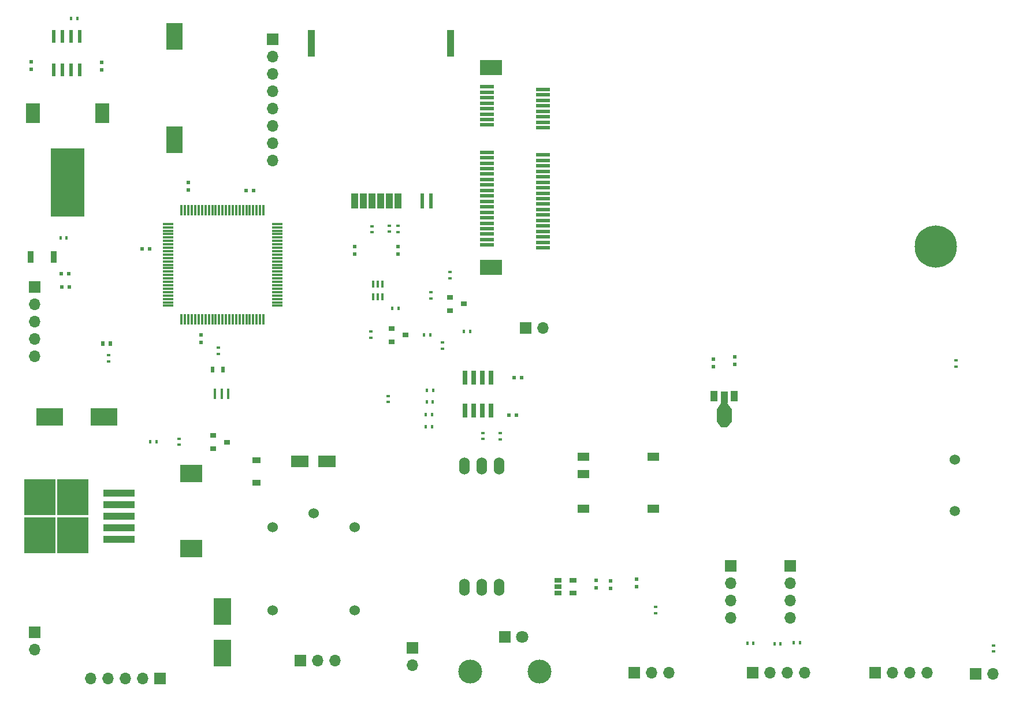
<source format=gts>
G04 #@! TF.FileFunction,Soldermask,Top*
%FSLAX46Y46*%
G04 Gerber Fmt 4.6, Leading zero omitted, Abs format (unit mm)*
G04 Created by KiCad (PCBNEW 4.0.7) date 06/14/18 07:18:42*
%MOMM*%
%LPD*%
G01*
G04 APERTURE LIST*
%ADD10C,0.100000*%
%ADD11R,4.600000X1.100000*%
%ADD12R,4.550000X5.250000*%
%ADD13C,1.500000*%
%ADD14C,1.524000*%
%ADD15R,3.200000X2.300000*%
%ADD16R,2.000000X0.600000*%
%ADD17R,1.700000X1.700000*%
%ADD18O,1.700000X1.700000*%
%ADD19R,2.400000X3.900000*%
%ADD20R,0.600000X0.500000*%
%ADD21R,0.500000X0.600000*%
%ADD22R,2.500000X4.000000*%
%ADD23R,4.000000X2.500000*%
%ADD24R,0.600000X0.700000*%
%ADD25R,0.400000X1.050000*%
%ADD26R,1.200000X0.900000*%
%ADD27R,2.500000X1.800000*%
%ADD28O,1.542000X2.540000*%
%ADD29O,1.524000X2.540000*%
%ADD30C,3.500000*%
%ADD31R,1.800000X1.800000*%
%ADD32C,1.800000*%
%ADD33R,1.000000X2.300000*%
%ADD34R,0.500000X2.300000*%
%ADD35R,1.000000X4.000000*%
%ADD36R,3.200000X2.600000*%
%ADD37R,0.900000X0.800000*%
%ADD38R,0.400000X0.600000*%
%ADD39R,0.600000X0.400000*%
%ADD40R,0.900000X1.700000*%
%ADD41R,0.660000X2.070000*%
%ADD42R,0.533400X1.981200*%
%ADD43R,1.800000X1.200000*%
%ADD44R,1.500000X0.350000*%
%ADD45R,0.350000X1.500000*%
%ADD46R,1.060000X0.650000*%
%ADD47R,0.300000X1.600000*%
%ADD48R,2.000000X3.000000*%
%ADD49R,5.000000X10.000000*%
%ADD50R,1.000000X1.500000*%
%ADD51R,1.000000X1.800000*%
%ADD52R,2.200000X1.840000*%
%ADD53R,0.500000X0.900000*%
%ADD54C,6.200000*%
G04 APERTURE END LIST*
D10*
D11*
X69605000Y-105670000D03*
X69605000Y-103970000D03*
X69605000Y-102270000D03*
X69605000Y-100570000D03*
X69605000Y-98870000D03*
D12*
X58030000Y-99495000D03*
X62880000Y-105045000D03*
X58030000Y-105045000D03*
X62880000Y-99495000D03*
D13*
X192130000Y-101530000D03*
D14*
X192130000Y-93930000D03*
D15*
X124150000Y-36450000D03*
X124150000Y-65750000D03*
D16*
X123550000Y-39300000D03*
X131750000Y-39700000D03*
X123550000Y-40100000D03*
X131750000Y-40500000D03*
X123550000Y-40900000D03*
X131750000Y-41300000D03*
X123550000Y-41700000D03*
X131750000Y-42100000D03*
X123550000Y-42500000D03*
X131750000Y-42900000D03*
X123550000Y-43300000D03*
X131750000Y-43700000D03*
X123550000Y-44100000D03*
X131750000Y-44500000D03*
X123550000Y-44900000D03*
X131750000Y-45300000D03*
X123550000Y-48900000D03*
X131750000Y-49300000D03*
X123550000Y-49700000D03*
X131750000Y-50100000D03*
X123550000Y-50500000D03*
X131750000Y-50900000D03*
X123550000Y-51300000D03*
X131750000Y-51700000D03*
X123550000Y-52100000D03*
X131750000Y-52500000D03*
X123550000Y-52900000D03*
X131750000Y-53300000D03*
X123550000Y-53700000D03*
X131750000Y-54100000D03*
X123550000Y-54500000D03*
X131750000Y-54900000D03*
X123550000Y-55300000D03*
X131750000Y-55700000D03*
X123550000Y-56100000D03*
X131750000Y-56500000D03*
X123550000Y-56900000D03*
X131750000Y-57300000D03*
X123550000Y-57700000D03*
X131750000Y-58100000D03*
X123550000Y-58500000D03*
X131750000Y-58900000D03*
X123550000Y-59300000D03*
X131750000Y-59700000D03*
X123550000Y-60100000D03*
X131750000Y-60500000D03*
X123550000Y-60900000D03*
X131750000Y-61300000D03*
X123550000Y-61700000D03*
X131750000Y-62100000D03*
X123550000Y-62500000D03*
X131750000Y-62900000D03*
D17*
X145170000Y-125170000D03*
D18*
X147710000Y-125170000D03*
X150250000Y-125170000D03*
D19*
X77760000Y-31900000D03*
X77760000Y-47100000D03*
D20*
X62230000Y-66710000D03*
X61130000Y-66710000D03*
X128610000Y-81950000D03*
X127510000Y-81950000D03*
X61270000Y-68650000D03*
X62370000Y-68650000D03*
X89330000Y-54480000D03*
X88230000Y-54480000D03*
X74110000Y-63030000D03*
X73010000Y-63030000D03*
D21*
X81650000Y-75710000D03*
X81650000Y-76810000D03*
X141680000Y-112820000D03*
X141680000Y-111720000D03*
X56740000Y-36700000D03*
X56740000Y-35600000D03*
X67060000Y-36780000D03*
X67060000Y-35680000D03*
X145500000Y-112600000D03*
X145500000Y-111500000D03*
X139590000Y-111650000D03*
X139590000Y-112750000D03*
X79790000Y-54400000D03*
X79790000Y-53300000D03*
X110540000Y-63830000D03*
X110540000Y-62730000D03*
X104200000Y-63830000D03*
X104200000Y-62730000D03*
D22*
X84750000Y-116250000D03*
X84750000Y-122350000D03*
D23*
X59440000Y-87720000D03*
X67440000Y-87720000D03*
D24*
X68370000Y-76950000D03*
X67270000Y-76950000D03*
D25*
X108220000Y-68210000D03*
X107570000Y-68210000D03*
X106920000Y-68210000D03*
X106920000Y-70060000D03*
X107570000Y-70060000D03*
X108220000Y-70060000D03*
D26*
X89790000Y-97350000D03*
X89790000Y-94050000D03*
D27*
X96140000Y-94220000D03*
X100140000Y-94220000D03*
D28*
X120240000Y-94880000D03*
D29*
X122780000Y-94880000D03*
X125320000Y-94880000D03*
X120240000Y-112660000D03*
X122780000Y-112660000D03*
X125320000Y-112660000D03*
D17*
X92160000Y-32330000D03*
D18*
X92160000Y-34870000D03*
X92160000Y-37410000D03*
X92160000Y-39950000D03*
X92160000Y-42490000D03*
X92160000Y-45030000D03*
X92160000Y-47570000D03*
X92160000Y-50110000D03*
D17*
X57260000Y-119290000D03*
D18*
X57260000Y-121830000D03*
D17*
X57230000Y-68620000D03*
D18*
X57230000Y-71160000D03*
X57230000Y-73700000D03*
X57230000Y-76240000D03*
X57230000Y-78780000D03*
D17*
X129250000Y-74650000D03*
D18*
X131790000Y-74650000D03*
D17*
X180470000Y-125210000D03*
D18*
X183010000Y-125210000D03*
X185550000Y-125210000D03*
X188090000Y-125210000D03*
D17*
X167980000Y-109540000D03*
D18*
X167980000Y-112080000D03*
X167980000Y-114620000D03*
X167980000Y-117160000D03*
D17*
X159280000Y-109520000D03*
D18*
X159280000Y-112060000D03*
X159280000Y-114600000D03*
X159280000Y-117140000D03*
D30*
X131230000Y-125080000D03*
X121070000Y-125080000D03*
D31*
X126150000Y-120000000D03*
D32*
X128690000Y-120000000D03*
D17*
X162510000Y-125250000D03*
D18*
X165050000Y-125250000D03*
X167590000Y-125250000D03*
X170130000Y-125250000D03*
D33*
X104190000Y-56050000D03*
X105460000Y-56050000D03*
X106730000Y-56050000D03*
X109270000Y-56050000D03*
X110540000Y-56050000D03*
X108000000Y-56050000D03*
D34*
X114080000Y-56050000D03*
X115380000Y-56050000D03*
D35*
X97840000Y-32950000D03*
X118240000Y-32950000D03*
D17*
X195190000Y-125400000D03*
D18*
X197730000Y-125400000D03*
D17*
X96170000Y-123470000D03*
D18*
X98710000Y-123470000D03*
X101250000Y-123470000D03*
D14*
X104140000Y-116050000D03*
X104140000Y-103850000D03*
X92140000Y-116050000D03*
X92140000Y-103850000D03*
X98140000Y-101850000D03*
D36*
X80200000Y-106990000D03*
X80200000Y-95990000D03*
D37*
X118160000Y-70200000D03*
X118160000Y-72100000D03*
X120160000Y-71150000D03*
X109610000Y-74760000D03*
X109610000Y-76660000D03*
X111610000Y-75710000D03*
X83440000Y-90440000D03*
X83440000Y-92340000D03*
X85440000Y-91390000D03*
D38*
X61960000Y-61420000D03*
X61060000Y-61420000D03*
D39*
X68140000Y-79580000D03*
X68140000Y-78680000D03*
X125470000Y-90070000D03*
X125470000Y-90970000D03*
D38*
X114720000Y-85490000D03*
X115620000Y-85490000D03*
X115520000Y-87390000D03*
X114620000Y-87390000D03*
D39*
X84150000Y-77580000D03*
X84150000Y-78480000D03*
X122990000Y-90040000D03*
X122990000Y-90940000D03*
D38*
X115690000Y-83810000D03*
X114790000Y-83810000D03*
X114600000Y-89100000D03*
X115500000Y-89100000D03*
X62630000Y-29300000D03*
X63530000Y-29300000D03*
D39*
X117060000Y-76810000D03*
X117060000Y-77710000D03*
D38*
X161720000Y-120930000D03*
X162620000Y-120930000D03*
X165710000Y-120980000D03*
X166610000Y-120980000D03*
X168550000Y-120800000D03*
X169450000Y-120800000D03*
D39*
X109080000Y-85540000D03*
X109080000Y-84640000D03*
X148310000Y-115550000D03*
X148310000Y-116450000D03*
X192300000Y-80300000D03*
X192300000Y-79400000D03*
D38*
X74210000Y-91340000D03*
X75110000Y-91340000D03*
D39*
X78430000Y-91790000D03*
X78430000Y-90890000D03*
X197790000Y-121200000D03*
X197790000Y-122100000D03*
X118100000Y-67370000D03*
X118100000Y-66470000D03*
X115330000Y-70340000D03*
X115330000Y-69440000D03*
D38*
X120190000Y-75170000D03*
X121090000Y-75170000D03*
X109710000Y-71800000D03*
X110610000Y-71800000D03*
D39*
X106510000Y-76100000D03*
X106510000Y-75200000D03*
D38*
X114320000Y-75720000D03*
X115220000Y-75720000D03*
D39*
X106730000Y-60630000D03*
X106730000Y-59730000D03*
X109260000Y-60550000D03*
X109260000Y-59650000D03*
X110550000Y-60570000D03*
X110550000Y-59670000D03*
D40*
X60100000Y-64230000D03*
X56700000Y-64230000D03*
D41*
X124150000Y-81930000D03*
X122880000Y-81930000D03*
X121610000Y-81930000D03*
X120340000Y-81930000D03*
X120340000Y-86780000D03*
X121610000Y-86780000D03*
X122880000Y-86780000D03*
X124150000Y-86780000D03*
D42*
X60090000Y-36840000D03*
X61360000Y-36840000D03*
X62630000Y-36840000D03*
X63900000Y-36840000D03*
X63900000Y-31912400D03*
X62630000Y-31912400D03*
X61360000Y-31912400D03*
X60090000Y-31912400D03*
D43*
X147920000Y-101140000D03*
X147920000Y-93520000D03*
X137720000Y-101140000D03*
X137720000Y-96060000D03*
X137720000Y-93520000D03*
D44*
X76800000Y-59400000D03*
X76800000Y-59900000D03*
X76800000Y-60400000D03*
X76800000Y-60900000D03*
X76800000Y-61400000D03*
X76800000Y-61900000D03*
X76800000Y-62400000D03*
X76800000Y-62900000D03*
X76800000Y-63400000D03*
X76800000Y-63900000D03*
X76800000Y-64400000D03*
X76800000Y-64900000D03*
X76800000Y-65400000D03*
X76800000Y-65900000D03*
X76800000Y-66400000D03*
X76800000Y-66900000D03*
X76800000Y-67400000D03*
X76800000Y-67900000D03*
X76800000Y-68400000D03*
X76800000Y-68900000D03*
X76800000Y-69400000D03*
X76800000Y-69900000D03*
X76800000Y-70400000D03*
X76800000Y-70900000D03*
X76800000Y-71400000D03*
D45*
X78800000Y-73400000D03*
X79300000Y-73400000D03*
X79800000Y-73400000D03*
X80300000Y-73400000D03*
X80800000Y-73400000D03*
X81300000Y-73400000D03*
X81800000Y-73400000D03*
X82300000Y-73400000D03*
X82800000Y-73400000D03*
X83300000Y-73400000D03*
X83800000Y-73400000D03*
X84300000Y-73400000D03*
X84800000Y-73400000D03*
X85300000Y-73400000D03*
X85800000Y-73400000D03*
X86300000Y-73400000D03*
X86800000Y-73400000D03*
X87300000Y-73400000D03*
X87800000Y-73400000D03*
X88300000Y-73400000D03*
X88800000Y-73400000D03*
X89300000Y-73400000D03*
X89800000Y-73400000D03*
X90300000Y-73400000D03*
X90800000Y-73400000D03*
D44*
X92800000Y-71400000D03*
X92800000Y-70900000D03*
X92800000Y-70400000D03*
X92800000Y-69900000D03*
X92800000Y-69400000D03*
X92800000Y-68900000D03*
X92800000Y-68400000D03*
X92800000Y-67900000D03*
X92800000Y-67400000D03*
X92800000Y-66900000D03*
X92800000Y-66400000D03*
X92800000Y-65900000D03*
X92800000Y-65400000D03*
X92800000Y-64900000D03*
X92800000Y-64400000D03*
X92800000Y-63900000D03*
X92800000Y-63400000D03*
X92800000Y-62900000D03*
X92800000Y-62400000D03*
X92800000Y-61900000D03*
X92800000Y-61400000D03*
X92800000Y-60900000D03*
X92800000Y-60400000D03*
X92800000Y-59900000D03*
X92800000Y-59400000D03*
D45*
X90800000Y-57400000D03*
X90300000Y-57400000D03*
X89800000Y-57400000D03*
X89300000Y-57400000D03*
X88800000Y-57400000D03*
X88300000Y-57400000D03*
X87800000Y-57400000D03*
X87300000Y-57400000D03*
X86800000Y-57400000D03*
X86300000Y-57400000D03*
X85800000Y-57400000D03*
X85300000Y-57400000D03*
X84800000Y-57400000D03*
X84300000Y-57400000D03*
X83800000Y-57400000D03*
X83300000Y-57400000D03*
X82800000Y-57400000D03*
X82300000Y-57400000D03*
X81800000Y-57400000D03*
X81300000Y-57400000D03*
X80800000Y-57400000D03*
X80300000Y-57400000D03*
X79800000Y-57400000D03*
X79300000Y-57400000D03*
X78800000Y-57400000D03*
D46*
X134000000Y-111650000D03*
X134000000Y-112600000D03*
X134000000Y-113550000D03*
X136200000Y-113550000D03*
X136200000Y-111650000D03*
D47*
X83720000Y-84340000D03*
X84670000Y-84340000D03*
X85620000Y-84340000D03*
D48*
X67140000Y-43180000D03*
D49*
X62060000Y-53340000D03*
D48*
X56980000Y-43180000D03*
D17*
X112610000Y-121580000D03*
D18*
X112610000Y-124120000D03*
D20*
X127860000Y-87410000D03*
X126760000Y-87410000D03*
D21*
X156760000Y-80360000D03*
X156760000Y-79260000D03*
X159920000Y-79990000D03*
X159920000Y-78890000D03*
D10*
G36*
X159420000Y-88392000D02*
X158820000Y-89242000D01*
X157820000Y-89242000D01*
X157220000Y-88392000D01*
X159420000Y-88392000D01*
X159420000Y-88392000D01*
G37*
D50*
X159820000Y-84670000D03*
D51*
X158320000Y-84816500D03*
D50*
X156820000Y-84670000D03*
D52*
X158320000Y-87483500D03*
D10*
G36*
X157220000Y-86573800D02*
X157920000Y-85573800D01*
X158720000Y-85573800D01*
X159420000Y-86573800D01*
X157220000Y-86573800D01*
X157220000Y-86573800D01*
G37*
D53*
X84870000Y-80750000D03*
X83370000Y-80750000D03*
D54*
X189340000Y-62700000D03*
D17*
X75650000Y-126060000D03*
D18*
X73110000Y-126060000D03*
X70570000Y-126060000D03*
X68030000Y-126060000D03*
X65490000Y-126060000D03*
M02*

</source>
